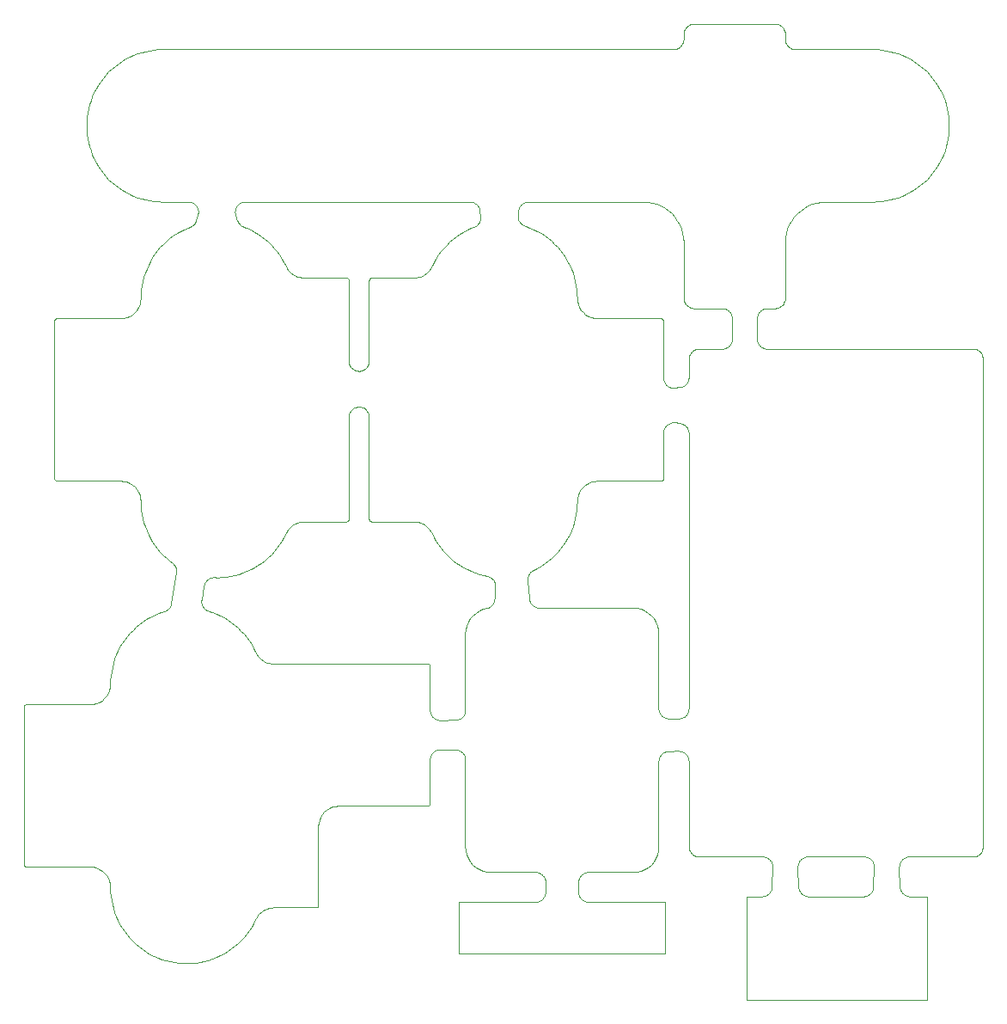
<source format=gbr>
%MOIN*%
%OFA0B0*%
%FSLAX44Y44*%
%IPPOS*%
%LPD*%
%ADD10C,0*%
D10*
X00010152Y00032086D02*
X00010152Y00032086D01*
X00018863Y00032086D01*
X00018892Y00032085D01*
X00018921Y00032082D01*
X00018950Y00032076D01*
X00018978Y00032069D01*
X00019006Y00032059D01*
X00019033Y00032047D01*
X00019059Y00032034D01*
X00019084Y00032018D01*
X00019107Y00032001D01*
X00019130Y00031982D01*
X00019150Y00031961D01*
X00019170Y00031939D01*
X00019187Y00031915D01*
X00019203Y00031890D01*
X00019217Y00031864D01*
X00019229Y00031838D01*
X00019238Y00031810D01*
X00019246Y00031782D01*
X00019252Y00031753D01*
X00019255Y00031724D01*
X00019273Y00031501D01*
X00019274Y00031476D01*
X00019273Y00031450D01*
X00019271Y00031425D01*
X00019268Y00031401D01*
X00019263Y00031376D01*
X00019256Y00031352D01*
X00019248Y00031328D01*
X00019238Y00031305D01*
X00019227Y00031283D01*
X00019214Y00031261D01*
X00019200Y00031240D01*
X00019185Y00031220D01*
X00019168Y00031201D01*
X00019151Y00031183D01*
X00019132Y00031167D01*
X00019112Y00031151D01*
X00019091Y00031137D01*
X00019070Y00031124D01*
X00019047Y00031113D01*
X00019024Y00031103D01*
X00018920Y00031062D01*
X00018769Y00030993D01*
X00018622Y00030914D01*
X00018479Y00030828D01*
X00018342Y00030734D01*
X00018210Y00030633D01*
X00018084Y00030524D01*
X00017965Y00030408D01*
X00017852Y00030285D01*
X00017746Y00030157D01*
X00017648Y00030022D01*
X00017557Y00029883D01*
X00017474Y00029738D01*
X00017400Y00029589D01*
X00017358Y00029510D01*
X00017307Y00029437D01*
X00017248Y00029370D01*
X00017182Y00029309D01*
X00017109Y00029257D01*
X00017031Y00029213D01*
X00016949Y00029179D01*
X00016863Y00029154D01*
X00016775Y00029138D01*
X00016686Y00029133D01*
X00015059Y00029133D01*
X00015043Y00029132D01*
X00015028Y00029129D01*
X00015014Y00029123D01*
X00015001Y00029115D01*
X00014989Y00029105D01*
X00014979Y00029093D01*
X00014971Y00029080D01*
X00014965Y00029065D01*
X00014961Y00029050D01*
X00014960Y00029035D01*
X00014960Y00025960D01*
X00014960Y00025912D01*
X00014955Y00025850D01*
X00014941Y00025790D01*
X00014917Y00025733D01*
X00014885Y00025680D01*
X00014845Y00025633D01*
X00014798Y00025593D01*
X00014745Y00025561D01*
X00014688Y00025537D01*
X00014628Y00025523D01*
X00014566Y00025518D01*
X00014505Y00025523D01*
X00014445Y00025537D01*
X00014388Y00025561D01*
X00014335Y00025593D01*
X00014288Y00025633D01*
X00014248Y00025680D01*
X00014216Y00025733D01*
X00014192Y00025790D01*
X00014178Y00025850D01*
X00014173Y00025912D01*
X00014173Y00029035D01*
X00014172Y00029050D01*
X00014168Y00029065D01*
X00014162Y00029080D01*
X00014154Y00029093D01*
X00014144Y00029105D01*
X00014132Y00029115D01*
X00014119Y00029123D01*
X00014105Y00029129D01*
X00014090Y00029132D01*
X00014074Y00029133D01*
X00012447Y00029133D01*
X00012358Y00029138D01*
X00012270Y00029154D01*
X00012184Y00029179D01*
X00012101Y00029213D01*
X00012023Y00029257D01*
X00011951Y00029309D01*
X00011885Y00029370D01*
X00011826Y00029437D01*
X00011775Y00029510D01*
X00011733Y00029589D01*
X00011659Y00029738D01*
X00011576Y00029883D01*
X00011485Y00030022D01*
X00011387Y00030157D01*
X00011281Y00030285D01*
X00011168Y00030408D01*
X00011049Y00030524D01*
X00010923Y00030633D01*
X00010791Y00030734D01*
X00010654Y00030828D01*
X00010511Y00030914D01*
X00010364Y00030993D01*
X00010213Y00031062D01*
X00010081Y00031114D01*
X00010081Y00031114D01*
X00010065Y00031121D01*
X00010050Y00031128D01*
X00010035Y00031136D01*
X00010020Y00031144D01*
X00010006Y00031153D01*
X00009992Y00031163D01*
X00009978Y00031174D01*
X00009965Y00031184D01*
X00009953Y00031196D01*
X00009941Y00031208D01*
X00009929Y00031221D01*
X00009918Y00031234D01*
X00009908Y00031247D01*
X00009898Y00031261D01*
X00009889Y00031275D01*
X00009880Y00031290D01*
X00009873Y00031305D01*
X00009865Y00031320D01*
X00009859Y00031336D01*
X00009853Y00031352D01*
X00009780Y00031564D01*
X00009769Y00031600D01*
X00009762Y00031637D01*
X00009759Y00031674D01*
X00009759Y00031711D01*
X00009762Y00031749D01*
X00009769Y00031786D01*
X00009780Y00031821D01*
X00009794Y00031856D01*
X00009811Y00031889D01*
X00009831Y00031921D01*
X00009854Y00031950D01*
X00009880Y00031977D01*
X00009909Y00032002D01*
X00009939Y00032024D01*
X00009972Y00032042D01*
X00010006Y00032058D01*
X00010041Y00032070D01*
X00010077Y00032079D01*
X00010114Y00032084D01*
X00010152Y00032086D01*
X00027362Y00023107D02*
X00027362Y00023107D01*
X00027362Y00012440D01*
X00027360Y00012409D01*
X00027357Y00012378D01*
X00027351Y00012347D01*
X00027342Y00012317D01*
X00027331Y00012288D01*
X00027318Y00012259D01*
X00027303Y00012232D01*
X00027285Y00012206D01*
X00027266Y00012182D01*
X00027244Y00012159D01*
X00027221Y00012138D01*
X00027197Y00012119D01*
X00027171Y00012102D01*
X00027143Y00012087D01*
X00027115Y00012074D01*
X00027085Y00012064D01*
X00027055Y00012056D01*
X00027024Y00012050D01*
X00026993Y00012047D01*
X00026962Y00012046D01*
X00026578Y00012052D01*
X00026548Y00012053D01*
X00026517Y00012057D01*
X00026487Y00012064D01*
X00026458Y00012072D01*
X00026429Y00012083D01*
X00026402Y00012096D01*
X00026375Y00012112D01*
X00026350Y00012129D01*
X00026326Y00012148D01*
X00026304Y00012169D01*
X00026283Y00012192D01*
X00026264Y00012216D01*
X00026247Y00012241D01*
X00026233Y00012268D01*
X00026220Y00012296D01*
X00026209Y00012325D01*
X00026201Y00012354D01*
X00026195Y00012384D01*
X00026192Y00012415D01*
X00026190Y00012445D01*
X00026190Y00015342D01*
X00026178Y00015498D01*
X00026141Y00015651D01*
X00026081Y00015796D01*
X00025999Y00015930D01*
X00025898Y00016049D01*
X00025778Y00016151D01*
X00025644Y00016233D01*
X00025499Y00016293D01*
X00025347Y00016330D01*
X00025190Y00016342D01*
X00021563Y00016342D01*
X00021534Y00016343D01*
X00021505Y00016346D01*
X00021476Y00016352D01*
X00021448Y00016359D01*
X00021421Y00016369D01*
X00021394Y00016380D01*
X00021368Y00016394D01*
X00021343Y00016409D01*
X00021320Y00016426D01*
X00021298Y00016445D01*
X00021277Y00016466D01*
X00021258Y00016488D01*
X00021240Y00016511D01*
X00021224Y00016535D01*
X00021210Y00016561D01*
X00021198Y00016588D01*
X00021189Y00016615D01*
X00021181Y00016643D01*
X00021175Y00016672D01*
X00021171Y00016701D01*
X00021108Y00017407D01*
X00021106Y00017432D01*
X00021106Y00017456D01*
X00021108Y00017481D01*
X00021111Y00017505D01*
X00021116Y00017529D01*
X00021122Y00017553D01*
X00021130Y00017576D01*
X00021139Y00017599D01*
X00021149Y00017621D01*
X00021161Y00017643D01*
X00021174Y00017664D01*
X00021188Y00017683D01*
X00021204Y00017702D01*
X00021221Y00017720D01*
X00021238Y00017737D01*
X00021257Y00017753D01*
X00021277Y00017767D01*
X00021298Y00017781D01*
X00021319Y00017792D01*
X00021341Y00017803D01*
X00021344Y00017804D01*
X00021492Y00017880D01*
X00021636Y00017963D01*
X00021775Y00018055D01*
X00021908Y00018155D01*
X00022036Y00018262D01*
X00022157Y00018375D01*
X00022272Y00018496D01*
X00022380Y00018623D01*
X00022481Y00018755D01*
X00022574Y00018894D01*
X00022659Y00019037D01*
X00022736Y00019185D01*
X00022804Y00019336D01*
X00022864Y00019492D01*
X00022914Y00019650D01*
X00022956Y00019811D01*
X00022989Y00019975D01*
X00023012Y00020140D01*
X00023026Y00020306D01*
X00023031Y00020472D01*
X00023031Y00020472D01*
X00023041Y00020595D01*
X00023070Y00020715D01*
X00023117Y00020829D01*
X00023181Y00020935D01*
X00023262Y00021029D01*
X00023356Y00021109D01*
X00023461Y00021174D01*
X00023575Y00021221D01*
X00023695Y00021250D01*
X00023818Y00021259D01*
X00026279Y00021259D01*
X00026294Y00021261D01*
X00026309Y00021264D01*
X00026324Y00021270D01*
X00026337Y00021278D01*
X00026349Y00021288D01*
X00026359Y00021300D01*
X00026367Y00021313D01*
X00026373Y00021327D01*
X00026376Y00021342D01*
X00026377Y00021358D01*
X00026377Y00023134D01*
X00026379Y00023167D01*
X00026383Y00023201D01*
X00026390Y00023233D01*
X00026400Y00023266D01*
X00026413Y00023297D01*
X00026428Y00023327D01*
X00026446Y00023355D01*
X00026466Y00023382D01*
X00026488Y00023407D01*
X00026512Y00023430D01*
X00026539Y00023451D01*
X00026566Y00023470D01*
X00026596Y00023486D01*
X00026627Y00023500D01*
X00026658Y00023511D01*
X00026691Y00023519D01*
X00026724Y00023525D01*
X00026757Y00023527D01*
X00026791Y00023527D01*
X00026824Y00023524D01*
X00027021Y00023497D01*
X00027049Y00023492D01*
X00027077Y00023485D01*
X00027103Y00023477D01*
X00027130Y00023466D01*
X00027155Y00023453D01*
X00027179Y00023439D01*
X00027203Y00023423D01*
X00027225Y00023405D01*
X00027245Y00023386D01*
X00027265Y00023366D01*
X00027282Y00023344D01*
X00027299Y00023321D01*
X00027313Y00023296D01*
X00027326Y00023271D01*
X00027337Y00023245D01*
X00027346Y00023218D01*
X00027353Y00023191D01*
X00027358Y00023163D01*
X00027361Y00023135D01*
X00027362Y00023107D01*
X00038385Y00006692D02*
X00038385Y00006692D01*
X00038447Y00006697D01*
X00038507Y00006712D01*
X00038564Y00006735D01*
X00038617Y00006768D01*
X00038664Y00006808D01*
X00038704Y00006855D01*
X00038736Y00006907D01*
X00038760Y00006964D01*
X00038774Y00007025D01*
X00038779Y00007086D01*
X00038779Y00025984D01*
X00038774Y00026045D01*
X00038760Y00026105D01*
X00038736Y00026162D01*
X00038704Y00026215D01*
X00038664Y00026262D01*
X00038617Y00026302D01*
X00038564Y00026335D01*
X00038507Y00026358D01*
X00038447Y00026373D01*
X00038385Y00026377D01*
X00030407Y00026377D01*
X00030377Y00026379D01*
X00030346Y00026382D01*
X00030315Y00026388D01*
X00030286Y00026397D01*
X00030257Y00026407D01*
X00030229Y00026420D01*
X00030202Y00026435D01*
X00030176Y00026453D01*
X00030152Y00026472D01*
X00030129Y00026493D01*
X00030108Y00026515D01*
X00030089Y00026540D01*
X00030072Y00026565D01*
X00030057Y00026592D01*
X00030044Y00026620D01*
X00030033Y00026649D01*
X00030025Y00026679D01*
X00030019Y00026710D01*
X00030015Y00026740D01*
X00030014Y00026771D01*
X00030014Y00027559D01*
X00030015Y00027589D01*
X00030019Y00027620D01*
X00030025Y00027650D01*
X00030033Y00027680D01*
X00030044Y00027709D01*
X00030057Y00027737D01*
X00030072Y00027764D01*
X00030089Y00027790D01*
X00030108Y00027814D01*
X00030129Y00027837D01*
X00030152Y00027858D01*
X00030176Y00027877D01*
X00030202Y00027894D01*
X00030229Y00027909D01*
X00030257Y00027922D01*
X00030286Y00027933D01*
X00030315Y00027941D01*
X00030346Y00027947D01*
X00030377Y00027951D01*
X00030407Y00027952D01*
X00030708Y00027952D01*
X00030770Y00027957D01*
X00030830Y00027972D01*
X00030887Y00027995D01*
X00030940Y00028027D01*
X00030987Y00028068D01*
X00031027Y00028115D01*
X00031059Y00028167D01*
X00031083Y00028224D01*
X00031097Y00028284D01*
X00031102Y00028346D01*
X00031102Y00030511D01*
X00031112Y00030688D01*
X00031141Y00030862D01*
X00031190Y00031031D01*
X00031258Y00031195D01*
X00031343Y00031349D01*
X00031445Y00031493D01*
X00031563Y00031625D01*
X00031695Y00031743D01*
X00031839Y00031845D01*
X00031993Y00031930D01*
X00032157Y00031998D01*
X00032326Y00032047D01*
X00032500Y00032076D01*
X00032677Y00032086D01*
X00034507Y00032086D01*
X00034673Y00032091D01*
X00034838Y00032105D01*
X00035002Y00032128D01*
X00035164Y00032160D01*
X00035325Y00032202D01*
X00035483Y00032252D01*
X00035637Y00032311D01*
X00035789Y00032379D01*
X00035936Y00032455D01*
X00036078Y00032539D01*
X00036216Y00032631D01*
X00036348Y00032730D01*
X00036475Y00032837D01*
X00036595Y00032951D01*
X00036709Y00033071D01*
X00036816Y00033198D01*
X00036916Y00033330D01*
X00037008Y00033468D01*
X00037092Y00033611D01*
X00037168Y00033758D01*
X00037235Y00033909D01*
X00037294Y00034064D01*
X00037345Y00034221D01*
X00037386Y00034382D01*
X00037418Y00034544D01*
X00037442Y00034708D01*
X00037455Y00034873D01*
X00037460Y00035039D01*
X00037455Y00035204D01*
X00037442Y00035369D01*
X00037418Y00035533D01*
X00037386Y00035696D01*
X00037345Y00035856D01*
X00037294Y00036014D01*
X00037235Y00036169D01*
X00037168Y00036320D01*
X00037092Y00036467D01*
X00037008Y00036610D01*
X00036916Y00036748D01*
X00036816Y00036880D01*
X00036709Y00037006D01*
X00036595Y00037127D01*
X00036475Y00037241D01*
X00036348Y00037347D01*
X00036216Y00037447D01*
X00036078Y00037539D01*
X00035936Y00037623D01*
X00035789Y00037699D01*
X00035637Y00037767D01*
X00035483Y00037826D01*
X00035325Y00037876D01*
X00035164Y00037918D01*
X00035002Y00037950D01*
X00034838Y00037973D01*
X00034673Y00037987D01*
X00034507Y00037992D01*
X00031496Y00037992D01*
X00031434Y00037996D01*
X00031374Y00038011D01*
X00031317Y00038035D01*
X00031264Y00038067D01*
X00031217Y00038107D01*
X00031177Y00038154D01*
X00031145Y00038207D01*
X00031121Y00038264D01*
X00031107Y00038324D01*
X00031102Y00038385D01*
X00031102Y00038582D01*
X00031097Y00038644D01*
X00031083Y00038704D01*
X00031059Y00038761D01*
X00031027Y00038814D01*
X00030987Y00038861D01*
X00030940Y00038901D01*
X00030887Y00038933D01*
X00030830Y00038957D01*
X00030770Y00038971D01*
X00030708Y00038976D01*
X00027559Y00038976D01*
X00027497Y00038971D01*
X00027437Y00038957D01*
X00027380Y00038933D01*
X00027327Y00038901D01*
X00027280Y00038861D01*
X00027240Y00038814D01*
X00027208Y00038761D01*
X00027184Y00038704D01*
X00027170Y00038644D01*
X00027165Y00038582D01*
X00027165Y00038385D01*
X00027160Y00038324D01*
X00027146Y00038264D01*
X00027122Y00038207D01*
X00027090Y00038154D01*
X00027050Y00038107D01*
X00027003Y00038067D01*
X00026950Y00038035D01*
X00026893Y00038011D01*
X00026833Y00037996D01*
X00026771Y00037992D01*
X00006948Y00037992D01*
X00006783Y00037987D01*
X00006618Y00037973D01*
X00006454Y00037950D01*
X00006291Y00037918D01*
X00006131Y00037876D01*
X00005973Y00037826D01*
X00005818Y00037767D01*
X00005667Y00037699D01*
X00005520Y00037623D01*
X00005377Y00037539D01*
X00005240Y00037447D01*
X00005107Y00037347D01*
X00004981Y00037241D01*
X00004860Y00037127D01*
X00004747Y00037006D01*
X00004640Y00036880D01*
X00004540Y00036748D01*
X00004448Y00036610D01*
X00004364Y00036467D01*
X00004288Y00036320D01*
X00004220Y00036169D01*
X00004161Y00036014D01*
X00004111Y00035856D01*
X00004070Y00035696D01*
X00004037Y00035533D01*
X00004014Y00035369D01*
X00004000Y00035204D01*
X00003996Y00035039D01*
X00004000Y00034873D01*
X00004014Y00034708D01*
X00004037Y00034544D01*
X00004070Y00034382D01*
X00004111Y00034221D01*
X00004161Y00034064D01*
X00004220Y00033909D01*
X00004288Y00033758D01*
X00004364Y00033611D01*
X00004448Y00033468D01*
X00004540Y00033330D01*
X00004640Y00033198D01*
X00004747Y00033071D01*
X00004860Y00032951D01*
X00004981Y00032837D01*
X00005107Y00032730D01*
X00005240Y00032631D01*
X00005377Y00032539D01*
X00005520Y00032455D01*
X00005667Y00032379D01*
X00005818Y00032311D01*
X00005973Y00032252D01*
X00006131Y00032202D01*
X00006291Y00032160D01*
X00006454Y00032128D01*
X00006618Y00032105D01*
X00006783Y00032091D01*
X00006948Y00032086D01*
X00007935Y00032086D01*
X00007971Y00032084D01*
X00008007Y00032079D01*
X00008043Y00032071D01*
X00008077Y00032059D01*
X00008111Y00032045D01*
X00008143Y00032027D01*
X00008173Y00032006D01*
X00008201Y00031983D01*
X00008226Y00031957D01*
X00008250Y00031929D01*
X00008270Y00031899D01*
X00008288Y00031867D01*
X00008302Y00031833D01*
X00008314Y00031799D01*
X00008322Y00031763D01*
X00008327Y00031727D01*
X00008329Y00031691D01*
X00008327Y00031654D01*
X00008321Y00031618D01*
X00008313Y00031583D01*
X00008250Y00031366D01*
X00008245Y00031348D01*
X00008238Y00031331D01*
X00008231Y00031314D01*
X00008223Y00031298D01*
X00008215Y00031281D01*
X00008205Y00031266D01*
X00008195Y00031250D01*
X00008184Y00031236D01*
X00008173Y00031221D01*
X00008161Y00031208D01*
X00008148Y00031194D01*
X00008135Y00031182D01*
X00008121Y00031170D01*
X00008106Y00031159D01*
X00008091Y00031148D01*
X00008076Y00031138D01*
X00008060Y00031129D01*
X00008044Y00031121D01*
X00008027Y00031113D01*
X00008010Y00031106D01*
X00007942Y00031081D01*
X00007789Y00031014D01*
X00007641Y00030938D01*
X00007497Y00030854D01*
X00007358Y00030763D01*
X00007225Y00030663D01*
X00007097Y00030556D01*
X00006975Y00030442D01*
X00006860Y00030322D01*
X00006753Y00030195D01*
X00006652Y00030062D01*
X00006559Y00029924D01*
X00006474Y00029781D01*
X00006397Y00029633D01*
X00006329Y00029482D01*
X00006269Y00029326D01*
X00006218Y00029168D01*
X00006177Y00029006D01*
X00006144Y00028843D01*
X00006121Y00028678D01*
X00006107Y00028512D01*
X00006102Y00028346D01*
X00006102Y00028346D01*
X00006092Y00028223D01*
X00006063Y00028103D01*
X00006016Y00027988D01*
X00005951Y00027883D01*
X00005871Y00027789D01*
X00005777Y00027709D01*
X00005672Y00027644D01*
X00005558Y00027597D01*
X00005438Y00027568D01*
X00005314Y00027559D01*
X00002854Y00027559D01*
X00002838Y00027557D01*
X00002823Y00027554D01*
X00002809Y00027548D01*
X00002796Y00027540D01*
X00002784Y00027530D01*
X00002774Y00027518D01*
X00002766Y00027505D01*
X00002760Y00027491D01*
X00002757Y00027476D01*
X00002755Y00027460D01*
X00002755Y00021358D01*
X00002757Y00021342D01*
X00002760Y00021327D01*
X00002766Y00021313D01*
X00002774Y00021300D01*
X00002784Y00021288D01*
X00002796Y00021278D01*
X00002809Y00021270D01*
X00002823Y00021264D01*
X00002838Y00021261D01*
X00002854Y00021259D01*
X00005314Y00021259D01*
X00005438Y00021250D01*
X00005558Y00021221D01*
X00005672Y00021174D01*
X00005777Y00021109D01*
X00005871Y00021029D01*
X00005951Y00020935D01*
X00006016Y00020829D01*
X00006063Y00020715D01*
X00006092Y00020595D01*
X00006102Y00020472D01*
X00006107Y00020306D01*
X00006121Y00020140D01*
X00006144Y00019975D01*
X00006177Y00019811D01*
X00006218Y00019650D01*
X00006269Y00019492D01*
X00006329Y00019336D01*
X00006397Y00019185D01*
X00006474Y00019037D01*
X00006559Y00018894D01*
X00006652Y00018755D01*
X00006753Y00018623D01*
X00006860Y00018496D01*
X00006975Y00018375D01*
X00007097Y00018262D01*
X00007225Y00018155D01*
X00007330Y00018076D01*
X00007347Y00018063D01*
X00007363Y00018048D01*
X00007379Y00018033D01*
X00007393Y00018017D01*
X00007407Y00018001D01*
X00007420Y00017983D01*
X00007431Y00017965D01*
X00007442Y00017947D01*
X00007452Y00017927D01*
X00007460Y00017908D01*
X00007468Y00017887D01*
X00007474Y00017867D01*
X00007479Y00017846D01*
X00007483Y00017825D01*
X00007486Y00017804D01*
X00007488Y00017782D01*
X00007489Y00017761D01*
X00007488Y00017739D01*
X00007487Y00017718D01*
X00007484Y00017696D01*
X00007291Y00016523D01*
X00007287Y00016502D01*
X00007282Y00016481D01*
X00007275Y00016460D01*
X00007268Y00016439D01*
X00007259Y00016419D01*
X00007249Y00016400D01*
X00007238Y00016381D01*
X00007227Y00016363D01*
X00007214Y00016345D01*
X00007200Y00016328D01*
X00007185Y00016312D01*
X00007169Y00016297D01*
X00007153Y00016283D01*
X00007136Y00016270D01*
X00007118Y00016257D01*
X00007099Y00016246D01*
X00007080Y00016235D01*
X00007061Y00016226D01*
X00007040Y00016218D01*
X00007020Y00016211D01*
X00006916Y00016179D01*
X00006761Y00016120D01*
X00006608Y00016053D01*
X00006460Y00015978D01*
X00006316Y00015894D01*
X00006177Y00015802D01*
X00006043Y00015703D01*
X00005916Y00015596D01*
X00005794Y00015482D01*
X00005679Y00015361D01*
X00005572Y00015235D01*
X00005471Y00015102D01*
X00005378Y00014964D01*
X00005293Y00014820D01*
X00005216Y00014673D01*
X00005148Y00014521D01*
X00005088Y00014366D01*
X00005037Y00014207D01*
X00004996Y00014046D01*
X00004963Y00013883D01*
X00004940Y00013718D01*
X00004925Y00013552D01*
X00004921Y00013385D01*
X00004911Y00013262D01*
X00004882Y00013142D01*
X00004835Y00013028D01*
X00004770Y00012922D01*
X00004690Y00012829D01*
X00004596Y00012748D01*
X00004491Y00012684D01*
X00004377Y00012636D01*
X00004257Y00012608D01*
X00004133Y00012598D01*
X00001673Y00012598D01*
X00001657Y00012597D01*
X00001642Y00012593D01*
X00001628Y00012587D01*
X00001615Y00012579D01*
X00001603Y00012569D01*
X00001593Y00012557D01*
X00001585Y00012544D01*
X00001579Y00012530D01*
X00001576Y00012515D01*
X00001574Y00012499D01*
X00001574Y00006397D01*
X00001576Y00006382D01*
X00001579Y00006367D01*
X00001585Y00006352D01*
X00001593Y00006339D01*
X00001603Y00006328D01*
X00001615Y00006318D01*
X00001628Y00006309D01*
X00001642Y00006304D01*
X00001657Y00006300D01*
X00001673Y00006299D01*
X00004133Y00006299D01*
X00004257Y00006289D01*
X00004377Y00006260D01*
X00004491Y00006213D01*
X00004596Y00006148D01*
X00004690Y00006068D01*
X00004770Y00005974D01*
X00004835Y00005869D01*
X00004882Y00005755D01*
X00004911Y00005634D01*
X00004921Y00005511D01*
X00004925Y00005345D01*
X00004940Y00005179D01*
X00004963Y00005014D01*
X00004996Y00004851D01*
X00005037Y00004690D01*
X00005088Y00004531D01*
X00005148Y00004376D01*
X00005216Y00004224D01*
X00005293Y00004076D01*
X00005378Y00003933D01*
X00005471Y00003795D01*
X00005572Y00003662D01*
X00005679Y00003535D01*
X00005794Y00003415D01*
X00005916Y00003301D01*
X00006043Y00003194D01*
X00006177Y00003095D01*
X00006316Y00003003D01*
X00006460Y00002919D01*
X00006608Y00002843D01*
X00006761Y00002776D01*
X00006916Y00002718D01*
X00007075Y00002668D01*
X00007237Y00002628D01*
X00007400Y00002597D01*
X00007566Y00002575D01*
X00007732Y00002562D01*
X00007898Y00002559D01*
X00008064Y00002565D01*
X00008230Y00002580D01*
X00008395Y00002605D01*
X00008558Y00002639D01*
X00008719Y00002682D01*
X00008877Y00002734D01*
X00009032Y00002795D01*
X00009183Y00002865D01*
X00009330Y00002943D01*
X00009473Y00003029D01*
X00009610Y00003123D01*
X00009742Y00003225D01*
X00009868Y00003334D01*
X00009987Y00003450D01*
X00010100Y00003572D01*
X00010206Y00003701D01*
X00010304Y00003835D01*
X00010395Y00003975D01*
X00010477Y00004119D01*
X00010552Y00004268D01*
X00010552Y00004268D01*
X00010594Y00004347D01*
X00010645Y00004420D01*
X00010704Y00004488D01*
X00010770Y00004548D01*
X00010842Y00004600D01*
X00010920Y00004644D01*
X00011003Y00004679D01*
X00011089Y00004704D01*
X00011177Y00004719D01*
X00011266Y00004724D01*
X00012893Y00004724D01*
X00012909Y00004725D01*
X00012924Y00004729D01*
X00012938Y00004735D01*
X00012951Y00004743D01*
X00012963Y00004753D01*
X00012973Y00004764D01*
X00012981Y00004778D01*
X00012987Y00004792D01*
X00012990Y00004807D01*
X00012992Y00004822D01*
X00012992Y00007874D01*
X00013001Y00007997D01*
X00013030Y00008117D01*
X00013077Y00008231D01*
X00013142Y00008336D01*
X00013222Y00008430D01*
X00013316Y00008511D01*
X00013422Y00008575D01*
X00013536Y00008622D01*
X00013656Y00008651D01*
X00013779Y00008661D01*
X00017224Y00008661D01*
X00017239Y00008662D01*
X00017254Y00008666D01*
X00017269Y00008672D01*
X00017282Y00008680D01*
X00017294Y00008690D01*
X00017304Y00008701D01*
X00017312Y00008715D01*
X00017318Y00008729D01*
X00017321Y00008744D01*
X00017322Y00008759D01*
X00017322Y00010457D01*
X00017324Y00010489D01*
X00017327Y00010520D01*
X00017333Y00010550D01*
X00017342Y00010580D01*
X00017353Y00010609D01*
X00017366Y00010637D01*
X00017381Y00010665D01*
X00017399Y00010690D01*
X00017418Y00010715D01*
X00017439Y00010738D01*
X00017462Y00010759D01*
X00017487Y00010778D01*
X00017513Y00010795D01*
X00017540Y00010810D01*
X00017569Y00010823D01*
X00017598Y00010833D01*
X00017628Y00010841D01*
X00017659Y00010847D01*
X00017690Y00010850D01*
X00017721Y00010851D01*
X00018301Y00010844D01*
X00018332Y00010843D01*
X00018363Y00010839D01*
X00018393Y00010832D01*
X00018422Y00010824D01*
X00018451Y00010813D01*
X00018478Y00010800D01*
X00018505Y00010785D01*
X00018530Y00010767D01*
X00018554Y00010748D01*
X00018577Y00010727D01*
X00018597Y00010705D01*
X00018616Y00010680D01*
X00018633Y00010655D01*
X00018648Y00010628D01*
X00018661Y00010600D01*
X00018671Y00010571D01*
X00018680Y00010542D01*
X00018686Y00010512D01*
X00018689Y00010481D01*
X00018690Y00010451D01*
X00018690Y00007092D01*
X00018703Y00006936D01*
X00018739Y00006783D01*
X00018799Y00006638D01*
X00018881Y00006504D01*
X00018983Y00006385D01*
X00019103Y00006283D01*
X00019236Y00006201D01*
X00019381Y00006141D01*
X00019534Y00006104D01*
X00019690Y00006092D01*
X00021412Y00006092D01*
X00021443Y00006091D01*
X00021474Y00006087D01*
X00021504Y00006081D01*
X00021534Y00006073D01*
X00021563Y00006062D01*
X00021592Y00006049D01*
X00021619Y00006033D01*
X00021645Y00006016D01*
X00021669Y00005997D01*
X00021692Y00005975D01*
X00021713Y00005953D01*
X00021732Y00005928D01*
X00021749Y00005902D01*
X00021764Y00005875D01*
X00021777Y00005847D01*
X00021787Y00005817D01*
X00021795Y00005787D01*
X00021801Y00005757D01*
X00021805Y00005726D01*
X00021806Y00005695D01*
X00021802Y00005327D01*
X00021801Y00005296D01*
X00021797Y00005265D01*
X00021791Y00005235D01*
X00021782Y00005206D01*
X00021771Y00005177D01*
X00021758Y00005149D01*
X00021743Y00005123D01*
X00021726Y00005097D01*
X00021707Y00005073D01*
X00021686Y00005051D01*
X00021663Y00005030D01*
X00021639Y00005011D01*
X00021613Y00004994D01*
X00021586Y00004979D01*
X00021558Y00004966D01*
X00021530Y00004956D01*
X00021500Y00004947D01*
X00021470Y00004941D01*
X00021439Y00004938D01*
X00021409Y00004937D01*
X00018440Y00004937D01*
X00018440Y00002937D01*
X00026440Y00002937D01*
X00026440Y00004937D01*
X00023472Y00004937D01*
X00023442Y00004938D01*
X00023411Y00004941D01*
X00023381Y00004947D01*
X00023351Y00004956D01*
X00023322Y00004966D01*
X00023294Y00004979D01*
X00023268Y00004994D01*
X00023242Y00005011D01*
X00023218Y00005030D01*
X00023195Y00005051D01*
X00023174Y00005073D01*
X00023155Y00005097D01*
X00023138Y00005123D01*
X00023123Y00005149D01*
X00023110Y00005177D01*
X00023099Y00005206D01*
X00023090Y00005235D01*
X00023084Y00005265D01*
X00023080Y00005296D01*
X00023079Y00005327D01*
X00023075Y00005695D01*
X00023076Y00005726D01*
X00023080Y00005757D01*
X00023085Y00005787D01*
X00023094Y00005817D01*
X00023104Y00005847D01*
X00023117Y00005875D01*
X00023132Y00005902D01*
X00023149Y00005928D01*
X00023168Y00005953D01*
X00023189Y00005975D01*
X00023212Y00005997D01*
X00023236Y00006016D01*
X00023262Y00006033D01*
X00023289Y00006049D01*
X00023317Y00006062D01*
X00023347Y00006073D01*
X00023377Y00006081D01*
X00023407Y00006087D01*
X00023438Y00006091D01*
X00023469Y00006092D01*
X00025190Y00006092D01*
X00025347Y00006104D01*
X00025499Y00006141D01*
X00025644Y00006201D01*
X00025778Y00006283D01*
X00025898Y00006385D01*
X00025999Y00006504D01*
X00026081Y00006638D01*
X00026141Y00006783D01*
X00026178Y00006936D01*
X00026190Y00007092D01*
X00026190Y00010388D01*
X00026192Y00010419D01*
X00026195Y00010449D01*
X00026201Y00010479D01*
X00026209Y00010509D01*
X00026220Y00010538D01*
X00026233Y00010566D01*
X00026247Y00010592D01*
X00026264Y00010618D01*
X00026283Y00010642D01*
X00026304Y00010665D01*
X00026326Y00010686D01*
X00026350Y00010705D01*
X00026375Y00010722D01*
X00026402Y00010737D01*
X00026429Y00010750D01*
X00026458Y00010761D01*
X00026487Y00010770D01*
X00026517Y00010776D01*
X00026548Y00010780D01*
X00026578Y00010782D01*
X00026962Y00010788D01*
X00026993Y00010787D01*
X00027024Y00010784D01*
X00027055Y00010778D01*
X00027085Y00010770D01*
X00027115Y00010759D01*
X00027143Y00010747D01*
X00027171Y00010732D01*
X00027197Y00010714D01*
X00027221Y00010695D01*
X00027244Y00010674D01*
X00027266Y00010652D01*
X00027285Y00010627D01*
X00027303Y00010601D01*
X00027318Y00010574D01*
X00027331Y00010546D01*
X00027342Y00010517D01*
X00027351Y00010487D01*
X00027357Y00010456D01*
X00027360Y00010425D01*
X00027362Y00010394D01*
X00027362Y00007086D01*
X00027367Y00007025D01*
X00027381Y00006964D01*
X00027405Y00006907D01*
X00027437Y00006855D01*
X00027477Y00006808D01*
X00027524Y00006768D01*
X00027577Y00006735D01*
X00027634Y00006712D01*
X00027694Y00006697D01*
X00027755Y00006692D01*
X00030222Y00006692D01*
X00030253Y00006691D01*
X00030285Y00006687D01*
X00030315Y00006681D01*
X00030346Y00006672D01*
X00030375Y00006661D01*
X00030404Y00006648D01*
X00030431Y00006632D01*
X00030457Y00006614D01*
X00030482Y00006594D01*
X00030505Y00006572D01*
X00030526Y00006548D01*
X00030545Y00006523D01*
X00030562Y00006497D01*
X00030577Y00006469D01*
X00030589Y00006440D01*
X00030599Y00006410D01*
X00030607Y00006379D01*
X00030612Y00006348D01*
X00030615Y00006316D01*
X00030615Y00006285D01*
X00030588Y00005529D01*
X00030586Y00005499D01*
X00030581Y00005469D01*
X00030574Y00005439D01*
X00030565Y00005410D01*
X00030554Y00005382D01*
X00030541Y00005355D01*
X00030525Y00005329D01*
X00030508Y00005305D01*
X00030489Y00005281D01*
X00030468Y00005259D01*
X00030445Y00005239D01*
X00030421Y00005221D01*
X00030396Y00005205D01*
X00030369Y00005190D01*
X00030342Y00005178D01*
X00030313Y00005168D01*
X00030284Y00005159D01*
X00030255Y00005154D01*
X00030225Y00005150D01*
X00030194Y00005149D01*
X00029608Y00005149D01*
X00029608Y00001149D01*
X00036608Y00001149D01*
X00036608Y00005149D01*
X00035946Y00005149D01*
X00035916Y00005150D01*
X00035886Y00005154D01*
X00035857Y00005159D01*
X00035827Y00005168D01*
X00035799Y00005178D01*
X00035771Y00005190D01*
X00035745Y00005205D01*
X00035720Y00005221D01*
X00035696Y00005239D01*
X00035673Y00005259D01*
X00035652Y00005281D01*
X00035633Y00005305D01*
X00035616Y00005329D01*
X00035600Y00005355D01*
X00035587Y00005382D01*
X00035576Y00005410D01*
X00035567Y00005439D01*
X00035560Y00005469D01*
X00035555Y00005499D01*
X00035553Y00005529D01*
X00035526Y00006285D01*
X00035526Y00006316D01*
X00035529Y00006348D01*
X00035534Y00006379D01*
X00035541Y00006410D01*
X00035552Y00006440D01*
X00035564Y00006469D01*
X00035579Y00006497D01*
X00035596Y00006523D01*
X00035615Y00006548D01*
X00035636Y00006572D01*
X00035659Y00006594D01*
X00035683Y00006614D01*
X00035709Y00006632D01*
X00035737Y00006648D01*
X00035765Y00006661D01*
X00035795Y00006672D01*
X00035825Y00006681D01*
X00035856Y00006687D01*
X00035888Y00006691D01*
X00035919Y00006692D01*
X00038385Y00006692D01*
X00008728Y00016212D02*
X00008728Y00016212D01*
X00008702Y00016221D01*
X00008676Y00016233D01*
X00008652Y00016246D01*
X00008629Y00016261D01*
X00008606Y00016277D01*
X00008585Y00016295D01*
X00008565Y00016315D01*
X00008547Y00016335D01*
X00008530Y00016358D01*
X00008515Y00016381D01*
X00008501Y00016405D01*
X00008489Y00016430D01*
X00008479Y00016456D01*
X00008471Y00016482D01*
X00008465Y00016510D01*
X00008460Y00016537D01*
X00008458Y00016565D01*
X00008457Y00016592D01*
X00008459Y00016620D01*
X00008462Y00016648D01*
X00008549Y00017191D01*
X00008555Y00017218D01*
X00008562Y00017245D01*
X00008572Y00017272D01*
X00008583Y00017298D01*
X00008596Y00017323D01*
X00008611Y00017347D01*
X00008627Y00017370D01*
X00008645Y00017391D01*
X00008665Y00017412D01*
X00008686Y00017430D01*
X00008708Y00017448D01*
X00008731Y00017463D01*
X00008756Y00017477D01*
X00008781Y00017489D01*
X00008808Y00017500D01*
X00008834Y00017508D01*
X00008862Y00017515D01*
X00008890Y00017519D01*
X00008918Y00017521D01*
X00008946Y00017522D01*
X00009079Y00017519D01*
X00009245Y00017525D01*
X00009411Y00017541D01*
X00009576Y00017566D01*
X00009739Y00017600D01*
X00009900Y00017643D01*
X00010058Y00017695D01*
X00010213Y00017756D01*
X00010364Y00017825D01*
X00010511Y00017903D01*
X00010654Y00017990D01*
X00010791Y00018084D01*
X00010923Y00018185D01*
X00011049Y00018294D01*
X00011168Y00018410D01*
X00011281Y00018533D01*
X00011387Y00018661D01*
X00011485Y00018795D01*
X00011576Y00018935D01*
X00011659Y00019080D01*
X00011733Y00019229D01*
X00011775Y00019308D01*
X00011826Y00019381D01*
X00011885Y00019448D01*
X00011951Y00019509D01*
X00012023Y00019561D01*
X00012101Y00019605D01*
X00012184Y00019639D01*
X00012270Y00019664D01*
X00012358Y00019679D01*
X00012447Y00019685D01*
X00014074Y00019685D01*
X00014090Y00019686D01*
X00014105Y00019689D01*
X00014119Y00019695D01*
X00014132Y00019703D01*
X00014144Y00019713D01*
X00014154Y00019725D01*
X00014162Y00019738D01*
X00014168Y00019753D01*
X00014172Y00019768D01*
X00014173Y00019783D01*
X00014173Y00023738D01*
X00014178Y00023799D01*
X00014192Y00023859D01*
X00014216Y00023916D01*
X00014248Y00023969D01*
X00014288Y00024016D01*
X00014335Y00024056D01*
X00014388Y00024088D01*
X00014445Y00024112D01*
X00014505Y00024127D01*
X00014566Y00024131D01*
X00014628Y00024127D01*
X00014688Y00024112D01*
X00014745Y00024088D01*
X00014798Y00024056D01*
X00014845Y00024016D01*
X00014885Y00023969D01*
X00014917Y00023916D01*
X00014941Y00023859D01*
X00014955Y00023799D01*
X00014960Y00023738D01*
X00014960Y00023689D01*
X00014960Y00019783D01*
X00014961Y00019768D01*
X00014965Y00019753D01*
X00014971Y00019738D01*
X00014979Y00019725D01*
X00014989Y00019713D01*
X00015001Y00019703D01*
X00015014Y00019695D01*
X00015028Y00019689D01*
X00015043Y00019686D01*
X00015059Y00019685D01*
X00016686Y00019685D01*
X00016775Y00019679D01*
X00016863Y00019664D01*
X00016949Y00019639D01*
X00017031Y00019605D01*
X00017109Y00019561D01*
X00017182Y00019509D01*
X00017248Y00019448D01*
X00017307Y00019381D01*
X00017358Y00019308D01*
X00017400Y00019229D01*
X00017474Y00019080D01*
X00017557Y00018935D01*
X00017648Y00018795D01*
X00017746Y00018661D01*
X00017852Y00018533D01*
X00017965Y00018410D01*
X00018084Y00018294D01*
X00018210Y00018185D01*
X00018342Y00018084D01*
X00018479Y00017990D01*
X00018622Y00017903D01*
X00018769Y00017825D01*
X00018920Y00017756D01*
X00019075Y00017695D01*
X00019233Y00017643D01*
X00019394Y00017600D01*
X00019545Y00017568D01*
X00019572Y00017561D01*
X00019599Y00017553D01*
X00019625Y00017542D01*
X00019650Y00017530D01*
X00019674Y00017516D01*
X00019697Y00017500D01*
X00019719Y00017483D01*
X00019740Y00017464D01*
X00019759Y00017443D01*
X00019777Y00017422D01*
X00019794Y00017399D01*
X00019808Y00017375D01*
X00019821Y00017350D01*
X00019832Y00017324D01*
X00019841Y00017297D01*
X00019848Y00017270D01*
X00019853Y00017243D01*
X00019857Y00017215D01*
X00019858Y00017187D01*
X00019857Y00017159D01*
X00019828Y00016687D01*
X00019826Y00016662D01*
X00019822Y00016637D01*
X00019817Y00016613D01*
X00019810Y00016589D01*
X00019801Y00016565D01*
X00019791Y00016542D01*
X00019780Y00016520D01*
X00019767Y00016498D01*
X00019753Y00016478D01*
X00019737Y00016458D01*
X00019720Y00016439D01*
X00019703Y00016422D01*
X00019684Y00016405D01*
X00019664Y00016390D01*
X00019643Y00016376D01*
X00019621Y00016364D01*
X00019598Y00016353D01*
X00019575Y00016343D01*
X00019552Y00016335D01*
X00019527Y00016328D01*
X00019381Y00016293D01*
X00019236Y00016233D01*
X00019103Y00016151D01*
X00018983Y00016049D01*
X00018881Y00015930D01*
X00018799Y00015796D01*
X00018739Y00015651D01*
X00018703Y00015498D01*
X00018690Y00015342D01*
X00018690Y00012383D01*
X00018689Y00012352D01*
X00018686Y00012322D01*
X00018680Y00012292D01*
X00018671Y00012262D01*
X00018661Y00012234D01*
X00018648Y00012206D01*
X00018633Y00012179D01*
X00018616Y00012153D01*
X00018597Y00012129D01*
X00018577Y00012106D01*
X00018554Y00012085D01*
X00018530Y00012066D01*
X00018505Y00012049D01*
X00018478Y00012034D01*
X00018451Y00012021D01*
X00018422Y00012010D01*
X00018393Y00012001D01*
X00018363Y00011995D01*
X00018332Y00011991D01*
X00018301Y00011989D01*
X00017721Y00011982D01*
X00017690Y00011983D01*
X00017659Y00011987D01*
X00017628Y00011992D01*
X00017598Y00012001D01*
X00017569Y00012011D01*
X00017540Y00012024D01*
X00017513Y00012039D01*
X00017487Y00012056D01*
X00017462Y00012075D01*
X00017439Y00012096D01*
X00017418Y00012119D01*
X00017399Y00012143D01*
X00017381Y00012169D01*
X00017366Y00012196D01*
X00017353Y00012224D01*
X00017342Y00012254D01*
X00017333Y00012284D01*
X00017327Y00012314D01*
X00017324Y00012345D01*
X00017322Y00012376D01*
X00017322Y00014074D01*
X00017321Y00014090D01*
X00017318Y00014105D01*
X00017312Y00014119D01*
X00017304Y00014132D01*
X00017294Y00014144D01*
X00017282Y00014154D01*
X00017269Y00014162D01*
X00017254Y00014168D01*
X00017239Y00014172D01*
X00017224Y00014173D01*
X00011266Y00014173D01*
X00011177Y00014178D01*
X00011089Y00014193D01*
X00011003Y00014218D01*
X00010920Y00014253D01*
X00010842Y00014296D01*
X00010770Y00014349D01*
X00010704Y00014409D01*
X00010645Y00014476D01*
X00010594Y00014550D01*
X00010552Y00014629D01*
X00010477Y00014778D01*
X00010395Y00014922D01*
X00010304Y00015062D01*
X00010206Y00015196D01*
X00010100Y00015325D01*
X00009987Y00015447D01*
X00009868Y00015563D01*
X00009742Y00015672D01*
X00009610Y00015774D01*
X00009472Y00015868D01*
X00009330Y00015954D01*
X00009183Y00016032D01*
X00009032Y00016101D01*
X00008877Y00016162D01*
X00008728Y00016212D01*
X00032009Y00005149D02*
X00032009Y00005149D01*
X00031979Y00005150D01*
X00031949Y00005154D01*
X00031920Y00005159D01*
X00031890Y00005168D01*
X00031862Y00005178D01*
X00031834Y00005190D01*
X00031808Y00005205D01*
X00031783Y00005221D01*
X00031759Y00005239D01*
X00031736Y00005259D01*
X00031715Y00005281D01*
X00031696Y00005305D01*
X00031679Y00005329D01*
X00031663Y00005355D01*
X00031650Y00005382D01*
X00031639Y00005410D01*
X00031630Y00005439D01*
X00031623Y00005469D01*
X00031618Y00005499D01*
X00031616Y00005529D01*
X00031589Y00006285D01*
X00031589Y00006316D01*
X00031592Y00006348D01*
X00031597Y00006379D01*
X00031604Y00006410D01*
X00031615Y00006440D01*
X00031627Y00006469D01*
X00031642Y00006497D01*
X00031659Y00006523D01*
X00031678Y00006548D01*
X00031699Y00006572D01*
X00031722Y00006594D01*
X00031746Y00006614D01*
X00031772Y00006632D01*
X00031800Y00006648D01*
X00031828Y00006661D01*
X00031858Y00006672D01*
X00031888Y00006681D01*
X00031919Y00006687D01*
X00031951Y00006691D01*
X00031982Y00006692D01*
X00034159Y00006692D01*
X00034190Y00006691D01*
X00034222Y00006687D01*
X00034252Y00006681D01*
X00034283Y00006672D01*
X00034312Y00006661D01*
X00034341Y00006648D01*
X00034368Y00006632D01*
X00034394Y00006614D01*
X00034419Y00006594D01*
X00034442Y00006572D01*
X00034463Y00006548D01*
X00034482Y00006523D01*
X00034499Y00006497D01*
X00034514Y00006469D01*
X00034526Y00006440D01*
X00034536Y00006410D01*
X00034544Y00006379D01*
X00034549Y00006348D01*
X00034552Y00006316D01*
X00034552Y00006285D01*
X00034525Y00005529D01*
X00034523Y00005499D01*
X00034518Y00005469D01*
X00034511Y00005439D01*
X00034502Y00005410D01*
X00034491Y00005382D01*
X00034478Y00005355D01*
X00034462Y00005329D01*
X00034445Y00005305D01*
X00034426Y00005281D01*
X00034405Y00005259D01*
X00034382Y00005239D01*
X00034358Y00005221D01*
X00034333Y00005205D01*
X00034306Y00005190D01*
X00034279Y00005178D01*
X00034250Y00005168D01*
X00034221Y00005159D01*
X00034192Y00005154D01*
X00034162Y00005150D01*
X00034131Y00005149D01*
X00032009Y00005149D01*
X00021005Y00031149D02*
X00021005Y00031149D01*
X00020980Y00031157D01*
X00020956Y00031168D01*
X00020932Y00031180D01*
X00020909Y00031194D01*
X00020887Y00031209D01*
X00020866Y00031226D01*
X00020846Y00031244D01*
X00020828Y00031263D01*
X00020811Y00031284D01*
X00020795Y00031306D01*
X00020781Y00031328D01*
X00020769Y00031352D01*
X00020758Y00031377D01*
X00020748Y00031402D01*
X00020741Y00031427D01*
X00020735Y00031454D01*
X00020731Y00031480D01*
X00020729Y00031507D01*
X00020729Y00031533D01*
X00020730Y00031560D01*
X00020746Y00031728D01*
X00020749Y00031757D01*
X00020755Y00031786D01*
X00020763Y00031814D01*
X00020773Y00031841D01*
X00020785Y00031867D01*
X00020799Y00031893D01*
X00020815Y00031918D01*
X00020832Y00031941D01*
X00020852Y00031963D01*
X00020872Y00031983D01*
X00020895Y00032002D01*
X00020918Y00032019D01*
X00020943Y00032034D01*
X00020969Y00032048D01*
X00020995Y00032059D01*
X00021023Y00032069D01*
X00021051Y00032076D01*
X00021080Y00032082D01*
X00021109Y00032085D01*
X00021138Y00032086D01*
X00025590Y00032086D01*
X00025766Y00032076D01*
X00025940Y00032047D01*
X00026110Y00031998D01*
X00026273Y00031930D01*
X00026428Y00031845D01*
X00026572Y00031743D01*
X00026704Y00031625D01*
X00026821Y00031493D01*
X00026923Y00031349D01*
X00027009Y00031195D01*
X00027076Y00031031D01*
X00027125Y00030862D01*
X00027155Y00030688D01*
X00027165Y00030511D01*
X00027165Y00028346D01*
X00027170Y00028284D01*
X00027184Y00028224D01*
X00027208Y00028167D01*
X00027240Y00028115D01*
X00027280Y00028068D01*
X00027327Y00028027D01*
X00027380Y00027995D01*
X00027437Y00027972D01*
X00027497Y00027957D01*
X00027559Y00027952D01*
X00028647Y00027952D01*
X00028678Y00027951D01*
X00028708Y00027947D01*
X00028739Y00027941D01*
X00028768Y00027933D01*
X00028797Y00027922D01*
X00028825Y00027909D01*
X00028852Y00027894D01*
X00028878Y00027877D01*
X00028902Y00027858D01*
X00028925Y00027837D01*
X00028946Y00027814D01*
X00028965Y00027790D01*
X00028982Y00027764D01*
X00028998Y00027737D01*
X00029010Y00027709D01*
X00029021Y00027680D01*
X00029030Y00027650D01*
X00029036Y00027620D01*
X00029039Y00027589D01*
X00029040Y00027559D01*
X00029040Y00026771D01*
X00029039Y00026740D01*
X00029036Y00026710D01*
X00029030Y00026679D01*
X00029021Y00026649D01*
X00029010Y00026620D01*
X00028998Y00026592D01*
X00028982Y00026565D01*
X00028965Y00026540D01*
X00028946Y00026515D01*
X00028925Y00026493D01*
X00028902Y00026472D01*
X00028878Y00026453D01*
X00028852Y00026435D01*
X00028825Y00026420D01*
X00028797Y00026407D01*
X00028768Y00026397D01*
X00028739Y00026388D01*
X00028708Y00026382D01*
X00028678Y00026379D01*
X00028647Y00026377D01*
X00027755Y00026377D01*
X00027694Y00026373D01*
X00027634Y00026358D01*
X00027577Y00026335D01*
X00027524Y00026302D01*
X00027477Y00026262D01*
X00027437Y00026215D01*
X00027405Y00026162D01*
X00027381Y00026105D01*
X00027367Y00026045D01*
X00027362Y00025984D01*
X00027362Y00025280D01*
X00027361Y00025252D01*
X00027358Y00025224D01*
X00027353Y00025196D01*
X00027346Y00025169D01*
X00027337Y00025142D01*
X00027326Y00025116D01*
X00027313Y00025091D01*
X00027299Y00025066D01*
X00027282Y00025043D01*
X00027265Y00025021D01*
X00027245Y00025001D01*
X00027225Y00024982D01*
X00027203Y00024964D01*
X00027179Y00024948D01*
X00027155Y00024934D01*
X00027130Y00024921D01*
X00027103Y00024910D01*
X00027077Y00024902D01*
X00027049Y00024895D01*
X00027021Y00024890D01*
X00026824Y00024863D01*
X00026791Y00024860D01*
X00026757Y00024860D01*
X00026724Y00024862D01*
X00026691Y00024868D01*
X00026658Y00024876D01*
X00026627Y00024887D01*
X00026596Y00024901D01*
X00026566Y00024917D01*
X00026539Y00024936D01*
X00026512Y00024957D01*
X00026488Y00024980D01*
X00026466Y00025005D01*
X00026446Y00025032D01*
X00026428Y00025060D01*
X00026413Y00025090D01*
X00026400Y00025121D01*
X00026390Y00025154D01*
X00026383Y00025186D01*
X00026379Y00025220D01*
X00026377Y00025253D01*
X00026377Y00027460D01*
X00026376Y00027476D01*
X00026373Y00027491D01*
X00026367Y00027505D01*
X00026359Y00027518D01*
X00026349Y00027530D01*
X00026337Y00027540D01*
X00026324Y00027548D01*
X00026309Y00027554D01*
X00026294Y00027557D01*
X00026279Y00027559D01*
X00023818Y00027559D01*
X00023695Y00027568D01*
X00023575Y00027597D01*
X00023461Y00027644D01*
X00023356Y00027709D01*
X00023262Y00027789D01*
X00023181Y00027883D01*
X00023117Y00027988D01*
X00023070Y00028103D01*
X00023041Y00028223D01*
X00023031Y00028346D01*
X00023026Y00028512D01*
X00023012Y00028678D01*
X00022989Y00028843D01*
X00022956Y00029006D01*
X00022914Y00029168D01*
X00022864Y00029326D01*
X00022804Y00029482D01*
X00022736Y00029633D01*
X00022659Y00029781D01*
X00022574Y00029924D01*
X00022481Y00030062D01*
X00022380Y00030195D01*
X00022272Y00030322D01*
X00022157Y00030442D01*
X00022036Y00030556D01*
X00021908Y00030663D01*
X00021775Y00030763D01*
X00021636Y00030854D01*
X00021492Y00030938D01*
X00021344Y00031014D01*
X00021191Y00031081D01*
X00021035Y00031139D01*
X00021005Y00031149D01*
M02*
</source>
